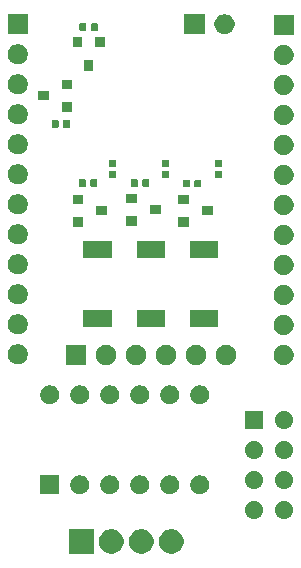
<source format=gbr>
G04 #@! TF.GenerationSoftware,KiCad,Pcbnew,(5.1.5)-3*
G04 #@! TF.CreationDate,2020-07-22T22:43:47-05:00*
G04 #@! TF.ProjectId,LightDriverShieldVer2,4c696768-7444-4726-9976-657253686965,rev?*
G04 #@! TF.SameCoordinates,Original*
G04 #@! TF.FileFunction,Soldermask,Top*
G04 #@! TF.FilePolarity,Negative*
%FSLAX46Y46*%
G04 Gerber Fmt 4.6, Leading zero omitted, Abs format (unit mm)*
G04 Created by KiCad (PCBNEW (5.1.5)-3) date 2020-07-22 22:43:47*
%MOMM*%
%LPD*%
G04 APERTURE LIST*
%ADD10C,0.100000*%
G04 APERTURE END LIST*
D10*
G36*
X113118687Y-134755027D02*
G01*
X113296274Y-134790350D01*
X113487362Y-134869502D01*
X113659336Y-134984411D01*
X113805589Y-135130664D01*
X113920498Y-135302638D01*
X113999650Y-135493726D01*
X114040000Y-135696584D01*
X114040000Y-135903416D01*
X113999650Y-136106274D01*
X113920498Y-136297362D01*
X113805589Y-136469336D01*
X113659336Y-136615589D01*
X113487362Y-136730498D01*
X113296274Y-136809650D01*
X113118687Y-136844973D01*
X113093417Y-136850000D01*
X112886583Y-136850000D01*
X112861313Y-136844973D01*
X112683726Y-136809650D01*
X112492638Y-136730498D01*
X112320664Y-136615589D01*
X112174411Y-136469336D01*
X112059502Y-136297362D01*
X111980350Y-136106274D01*
X111940000Y-135903416D01*
X111940000Y-135696584D01*
X111980350Y-135493726D01*
X112059502Y-135302638D01*
X112174411Y-135130664D01*
X112320664Y-134984411D01*
X112492638Y-134869502D01*
X112683726Y-134790350D01*
X112861313Y-134755027D01*
X112886583Y-134750000D01*
X113093417Y-134750000D01*
X113118687Y-134755027D01*
G37*
G36*
X110578687Y-134755027D02*
G01*
X110756274Y-134790350D01*
X110947362Y-134869502D01*
X111119336Y-134984411D01*
X111265589Y-135130664D01*
X111380498Y-135302638D01*
X111459650Y-135493726D01*
X111500000Y-135696584D01*
X111500000Y-135903416D01*
X111459650Y-136106274D01*
X111380498Y-136297362D01*
X111265589Y-136469336D01*
X111119336Y-136615589D01*
X110947362Y-136730498D01*
X110756274Y-136809650D01*
X110578687Y-136844973D01*
X110553417Y-136850000D01*
X110346583Y-136850000D01*
X110321313Y-136844973D01*
X110143726Y-136809650D01*
X109952638Y-136730498D01*
X109780664Y-136615589D01*
X109634411Y-136469336D01*
X109519502Y-136297362D01*
X109440350Y-136106274D01*
X109400000Y-135903416D01*
X109400000Y-135696584D01*
X109440350Y-135493726D01*
X109519502Y-135302638D01*
X109634411Y-135130664D01*
X109780664Y-134984411D01*
X109952638Y-134869502D01*
X110143726Y-134790350D01*
X110321313Y-134755027D01*
X110346583Y-134750000D01*
X110553417Y-134750000D01*
X110578687Y-134755027D01*
G37*
G36*
X106420000Y-136850000D02*
G01*
X104320000Y-136850000D01*
X104320000Y-134750000D01*
X106420000Y-134750000D01*
X106420000Y-136850000D01*
G37*
G36*
X108038687Y-134755027D02*
G01*
X108216274Y-134790350D01*
X108407362Y-134869502D01*
X108579336Y-134984411D01*
X108725589Y-135130664D01*
X108840498Y-135302638D01*
X108919650Y-135493726D01*
X108960000Y-135696584D01*
X108960000Y-135903416D01*
X108919650Y-136106274D01*
X108840498Y-136297362D01*
X108725589Y-136469336D01*
X108579336Y-136615589D01*
X108407362Y-136730498D01*
X108216274Y-136809650D01*
X108038687Y-136844973D01*
X108013417Y-136850000D01*
X107806583Y-136850000D01*
X107781313Y-136844973D01*
X107603726Y-136809650D01*
X107412638Y-136730498D01*
X107240664Y-136615589D01*
X107094411Y-136469336D01*
X106979502Y-136297362D01*
X106900350Y-136106274D01*
X106860000Y-135903416D01*
X106860000Y-135696584D01*
X106900350Y-135493726D01*
X106979502Y-135302638D01*
X107094411Y-135130664D01*
X107240664Y-134984411D01*
X107412638Y-134869502D01*
X107603726Y-134790350D01*
X107781313Y-134755027D01*
X107806583Y-134750000D01*
X108013417Y-134750000D01*
X108038687Y-134755027D01*
G37*
G36*
X122713195Y-132377522D02*
G01*
X122762267Y-132387283D01*
X122900942Y-132444724D01*
X123025747Y-132528116D01*
X123131884Y-132634253D01*
X123215276Y-132759058D01*
X123272717Y-132897733D01*
X123302000Y-133044950D01*
X123302000Y-133195050D01*
X123272717Y-133342267D01*
X123215276Y-133480942D01*
X123131884Y-133605747D01*
X123025747Y-133711884D01*
X122900942Y-133795276D01*
X122762267Y-133852717D01*
X122713195Y-133862478D01*
X122615052Y-133882000D01*
X122464948Y-133882000D01*
X122366805Y-133862478D01*
X122317733Y-133852717D01*
X122179058Y-133795276D01*
X122054253Y-133711884D01*
X121948116Y-133605747D01*
X121864724Y-133480942D01*
X121807283Y-133342267D01*
X121778000Y-133195050D01*
X121778000Y-133044950D01*
X121807283Y-132897733D01*
X121864724Y-132759058D01*
X121948116Y-132634253D01*
X122054253Y-132528116D01*
X122179058Y-132444724D01*
X122317733Y-132387283D01*
X122366805Y-132377522D01*
X122464948Y-132358000D01*
X122615052Y-132358000D01*
X122713195Y-132377522D01*
G37*
G36*
X120173195Y-132377522D02*
G01*
X120222267Y-132387283D01*
X120360942Y-132444724D01*
X120485747Y-132528116D01*
X120591884Y-132634253D01*
X120675276Y-132759058D01*
X120732717Y-132897733D01*
X120762000Y-133044950D01*
X120762000Y-133195050D01*
X120732717Y-133342267D01*
X120675276Y-133480942D01*
X120591884Y-133605747D01*
X120485747Y-133711884D01*
X120360942Y-133795276D01*
X120222267Y-133852717D01*
X120173195Y-133862478D01*
X120075052Y-133882000D01*
X119924948Y-133882000D01*
X119826805Y-133862478D01*
X119777733Y-133852717D01*
X119639058Y-133795276D01*
X119514253Y-133711884D01*
X119408116Y-133605747D01*
X119324724Y-133480942D01*
X119267283Y-133342267D01*
X119238000Y-133195050D01*
X119238000Y-133044950D01*
X119267283Y-132897733D01*
X119324724Y-132759058D01*
X119408116Y-132634253D01*
X119514253Y-132528116D01*
X119639058Y-132444724D01*
X119777733Y-132387283D01*
X119826805Y-132377522D01*
X119924948Y-132358000D01*
X120075052Y-132358000D01*
X120173195Y-132377522D01*
G37*
G36*
X103500000Y-131800000D02*
G01*
X101900000Y-131800000D01*
X101900000Y-130200000D01*
X103500000Y-130200000D01*
X103500000Y-131800000D01*
G37*
G36*
X115633351Y-130230743D02*
G01*
X115778941Y-130291048D01*
X115909970Y-130378599D01*
X116021401Y-130490030D01*
X116108952Y-130621059D01*
X116169257Y-130766649D01*
X116200000Y-130921206D01*
X116200000Y-131078794D01*
X116169257Y-131233351D01*
X116108952Y-131378941D01*
X116021401Y-131509970D01*
X115909970Y-131621401D01*
X115778941Y-131708952D01*
X115633351Y-131769257D01*
X115478794Y-131800000D01*
X115321206Y-131800000D01*
X115166649Y-131769257D01*
X115021059Y-131708952D01*
X114890030Y-131621401D01*
X114778599Y-131509970D01*
X114691048Y-131378941D01*
X114630743Y-131233351D01*
X114600000Y-131078794D01*
X114600000Y-130921206D01*
X114630743Y-130766649D01*
X114691048Y-130621059D01*
X114778599Y-130490030D01*
X114890030Y-130378599D01*
X115021059Y-130291048D01*
X115166649Y-130230743D01*
X115321206Y-130200000D01*
X115478794Y-130200000D01*
X115633351Y-130230743D01*
G37*
G36*
X113093351Y-130230743D02*
G01*
X113238941Y-130291048D01*
X113369970Y-130378599D01*
X113481401Y-130490030D01*
X113568952Y-130621059D01*
X113629257Y-130766649D01*
X113660000Y-130921206D01*
X113660000Y-131078794D01*
X113629257Y-131233351D01*
X113568952Y-131378941D01*
X113481401Y-131509970D01*
X113369970Y-131621401D01*
X113238941Y-131708952D01*
X113093351Y-131769257D01*
X112938794Y-131800000D01*
X112781206Y-131800000D01*
X112626649Y-131769257D01*
X112481059Y-131708952D01*
X112350030Y-131621401D01*
X112238599Y-131509970D01*
X112151048Y-131378941D01*
X112090743Y-131233351D01*
X112060000Y-131078794D01*
X112060000Y-130921206D01*
X112090743Y-130766649D01*
X112151048Y-130621059D01*
X112238599Y-130490030D01*
X112350030Y-130378599D01*
X112481059Y-130291048D01*
X112626649Y-130230743D01*
X112781206Y-130200000D01*
X112938794Y-130200000D01*
X113093351Y-130230743D01*
G37*
G36*
X110553351Y-130230743D02*
G01*
X110698941Y-130291048D01*
X110829970Y-130378599D01*
X110941401Y-130490030D01*
X111028952Y-130621059D01*
X111089257Y-130766649D01*
X111120000Y-130921206D01*
X111120000Y-131078794D01*
X111089257Y-131233351D01*
X111028952Y-131378941D01*
X110941401Y-131509970D01*
X110829970Y-131621401D01*
X110698941Y-131708952D01*
X110553351Y-131769257D01*
X110398794Y-131800000D01*
X110241206Y-131800000D01*
X110086649Y-131769257D01*
X109941059Y-131708952D01*
X109810030Y-131621401D01*
X109698599Y-131509970D01*
X109611048Y-131378941D01*
X109550743Y-131233351D01*
X109520000Y-131078794D01*
X109520000Y-130921206D01*
X109550743Y-130766649D01*
X109611048Y-130621059D01*
X109698599Y-130490030D01*
X109810030Y-130378599D01*
X109941059Y-130291048D01*
X110086649Y-130230743D01*
X110241206Y-130200000D01*
X110398794Y-130200000D01*
X110553351Y-130230743D01*
G37*
G36*
X108013351Y-130230743D02*
G01*
X108158941Y-130291048D01*
X108289970Y-130378599D01*
X108401401Y-130490030D01*
X108488952Y-130621059D01*
X108549257Y-130766649D01*
X108580000Y-130921206D01*
X108580000Y-131078794D01*
X108549257Y-131233351D01*
X108488952Y-131378941D01*
X108401401Y-131509970D01*
X108289970Y-131621401D01*
X108158941Y-131708952D01*
X108013351Y-131769257D01*
X107858794Y-131800000D01*
X107701206Y-131800000D01*
X107546649Y-131769257D01*
X107401059Y-131708952D01*
X107270030Y-131621401D01*
X107158599Y-131509970D01*
X107071048Y-131378941D01*
X107010743Y-131233351D01*
X106980000Y-131078794D01*
X106980000Y-130921206D01*
X107010743Y-130766649D01*
X107071048Y-130621059D01*
X107158599Y-130490030D01*
X107270030Y-130378599D01*
X107401059Y-130291048D01*
X107546649Y-130230743D01*
X107701206Y-130200000D01*
X107858794Y-130200000D01*
X108013351Y-130230743D01*
G37*
G36*
X105473351Y-130230743D02*
G01*
X105618941Y-130291048D01*
X105749970Y-130378599D01*
X105861401Y-130490030D01*
X105948952Y-130621059D01*
X106009257Y-130766649D01*
X106040000Y-130921206D01*
X106040000Y-131078794D01*
X106009257Y-131233351D01*
X105948952Y-131378941D01*
X105861401Y-131509970D01*
X105749970Y-131621401D01*
X105618941Y-131708952D01*
X105473351Y-131769257D01*
X105318794Y-131800000D01*
X105161206Y-131800000D01*
X105006649Y-131769257D01*
X104861059Y-131708952D01*
X104730030Y-131621401D01*
X104618599Y-131509970D01*
X104531048Y-131378941D01*
X104470743Y-131233351D01*
X104440000Y-131078794D01*
X104440000Y-130921206D01*
X104470743Y-130766649D01*
X104531048Y-130621059D01*
X104618599Y-130490030D01*
X104730030Y-130378599D01*
X104861059Y-130291048D01*
X105006649Y-130230743D01*
X105161206Y-130200000D01*
X105318794Y-130200000D01*
X105473351Y-130230743D01*
G37*
G36*
X120173195Y-129837522D02*
G01*
X120222267Y-129847283D01*
X120360942Y-129904724D01*
X120485747Y-129988116D01*
X120591884Y-130094253D01*
X120675276Y-130219058D01*
X120732717Y-130357733D01*
X120732717Y-130357734D01*
X120759033Y-130490030D01*
X120762000Y-130504950D01*
X120762000Y-130655050D01*
X120732717Y-130802267D01*
X120675276Y-130940942D01*
X120591884Y-131065747D01*
X120485747Y-131171884D01*
X120360942Y-131255276D01*
X120222267Y-131312717D01*
X120173195Y-131322478D01*
X120075052Y-131342000D01*
X119924948Y-131342000D01*
X119826805Y-131322478D01*
X119777733Y-131312717D01*
X119639058Y-131255276D01*
X119514253Y-131171884D01*
X119408116Y-131065747D01*
X119324724Y-130940942D01*
X119267283Y-130802267D01*
X119238000Y-130655050D01*
X119238000Y-130504950D01*
X119240968Y-130490030D01*
X119267283Y-130357734D01*
X119267283Y-130357733D01*
X119324724Y-130219058D01*
X119408116Y-130094253D01*
X119514253Y-129988116D01*
X119639058Y-129904724D01*
X119777733Y-129847283D01*
X119826805Y-129837522D01*
X119924948Y-129818000D01*
X120075052Y-129818000D01*
X120173195Y-129837522D01*
G37*
G36*
X122713195Y-129837522D02*
G01*
X122762267Y-129847283D01*
X122900942Y-129904724D01*
X123025747Y-129988116D01*
X123131884Y-130094253D01*
X123215276Y-130219058D01*
X123272717Y-130357733D01*
X123272717Y-130357734D01*
X123299033Y-130490030D01*
X123302000Y-130504950D01*
X123302000Y-130655050D01*
X123272717Y-130802267D01*
X123215276Y-130940942D01*
X123131884Y-131065747D01*
X123025747Y-131171884D01*
X122900942Y-131255276D01*
X122762267Y-131312717D01*
X122713195Y-131322478D01*
X122615052Y-131342000D01*
X122464948Y-131342000D01*
X122366805Y-131322478D01*
X122317733Y-131312717D01*
X122179058Y-131255276D01*
X122054253Y-131171884D01*
X121948116Y-131065747D01*
X121864724Y-130940942D01*
X121807283Y-130802267D01*
X121778000Y-130655050D01*
X121778000Y-130504950D01*
X121780968Y-130490030D01*
X121807283Y-130357734D01*
X121807283Y-130357733D01*
X121864724Y-130219058D01*
X121948116Y-130094253D01*
X122054253Y-129988116D01*
X122179058Y-129904724D01*
X122317733Y-129847283D01*
X122366805Y-129837522D01*
X122464948Y-129818000D01*
X122615052Y-129818000D01*
X122713195Y-129837522D01*
G37*
G36*
X120173195Y-127297522D02*
G01*
X120222267Y-127307283D01*
X120360942Y-127364724D01*
X120485747Y-127448116D01*
X120591884Y-127554253D01*
X120675276Y-127679058D01*
X120732717Y-127817733D01*
X120762000Y-127964950D01*
X120762000Y-128115050D01*
X120732717Y-128262267D01*
X120675276Y-128400942D01*
X120591884Y-128525747D01*
X120485747Y-128631884D01*
X120360942Y-128715276D01*
X120222267Y-128772717D01*
X120173195Y-128782478D01*
X120075052Y-128802000D01*
X119924948Y-128802000D01*
X119826805Y-128782478D01*
X119777733Y-128772717D01*
X119639058Y-128715276D01*
X119514253Y-128631884D01*
X119408116Y-128525747D01*
X119324724Y-128400942D01*
X119267283Y-128262267D01*
X119238000Y-128115050D01*
X119238000Y-127964950D01*
X119267283Y-127817733D01*
X119324724Y-127679058D01*
X119408116Y-127554253D01*
X119514253Y-127448116D01*
X119639058Y-127364724D01*
X119777733Y-127307283D01*
X119826805Y-127297522D01*
X119924948Y-127278000D01*
X120075052Y-127278000D01*
X120173195Y-127297522D01*
G37*
G36*
X122713195Y-127297522D02*
G01*
X122762267Y-127307283D01*
X122900942Y-127364724D01*
X123025747Y-127448116D01*
X123131884Y-127554253D01*
X123215276Y-127679058D01*
X123272717Y-127817733D01*
X123302000Y-127964950D01*
X123302000Y-128115050D01*
X123272717Y-128262267D01*
X123215276Y-128400942D01*
X123131884Y-128525747D01*
X123025747Y-128631884D01*
X122900942Y-128715276D01*
X122762267Y-128772717D01*
X122713195Y-128782478D01*
X122615052Y-128802000D01*
X122464948Y-128802000D01*
X122366805Y-128782478D01*
X122317733Y-128772717D01*
X122179058Y-128715276D01*
X122054253Y-128631884D01*
X121948116Y-128525747D01*
X121864724Y-128400942D01*
X121807283Y-128262267D01*
X121778000Y-128115050D01*
X121778000Y-127964950D01*
X121807283Y-127817733D01*
X121864724Y-127679058D01*
X121948116Y-127554253D01*
X122054253Y-127448116D01*
X122179058Y-127364724D01*
X122317733Y-127307283D01*
X122366805Y-127297522D01*
X122464948Y-127278000D01*
X122615052Y-127278000D01*
X122713195Y-127297522D01*
G37*
G36*
X122713195Y-124757522D02*
G01*
X122762267Y-124767283D01*
X122900942Y-124824724D01*
X123025747Y-124908116D01*
X123131884Y-125014253D01*
X123215276Y-125139058D01*
X123272717Y-125277733D01*
X123302000Y-125424950D01*
X123302000Y-125575050D01*
X123272717Y-125722267D01*
X123215276Y-125860942D01*
X123131884Y-125985747D01*
X123025747Y-126091884D01*
X122900942Y-126175276D01*
X122762267Y-126232717D01*
X122713195Y-126242478D01*
X122615052Y-126262000D01*
X122464948Y-126262000D01*
X122366805Y-126242478D01*
X122317733Y-126232717D01*
X122179058Y-126175276D01*
X122054253Y-126091884D01*
X121948116Y-125985747D01*
X121864724Y-125860942D01*
X121807283Y-125722267D01*
X121778000Y-125575050D01*
X121778000Y-125424950D01*
X121807283Y-125277733D01*
X121864724Y-125139058D01*
X121948116Y-125014253D01*
X122054253Y-124908116D01*
X122179058Y-124824724D01*
X122317733Y-124767283D01*
X122366805Y-124757522D01*
X122464948Y-124738000D01*
X122615052Y-124738000D01*
X122713195Y-124757522D01*
G37*
G36*
X120762000Y-126262000D02*
G01*
X119238000Y-126262000D01*
X119238000Y-124738000D01*
X120762000Y-124738000D01*
X120762000Y-126262000D01*
G37*
G36*
X102933351Y-122610743D02*
G01*
X103078941Y-122671048D01*
X103209970Y-122758599D01*
X103321401Y-122870030D01*
X103408952Y-123001059D01*
X103469257Y-123146649D01*
X103500000Y-123301206D01*
X103500000Y-123458794D01*
X103469257Y-123613351D01*
X103408952Y-123758941D01*
X103321401Y-123889970D01*
X103209970Y-124001401D01*
X103078941Y-124088952D01*
X102933351Y-124149257D01*
X102778794Y-124180000D01*
X102621206Y-124180000D01*
X102466649Y-124149257D01*
X102321059Y-124088952D01*
X102190030Y-124001401D01*
X102078599Y-123889970D01*
X101991048Y-123758941D01*
X101930743Y-123613351D01*
X101900000Y-123458794D01*
X101900000Y-123301206D01*
X101930743Y-123146649D01*
X101991048Y-123001059D01*
X102078599Y-122870030D01*
X102190030Y-122758599D01*
X102321059Y-122671048D01*
X102466649Y-122610743D01*
X102621206Y-122580000D01*
X102778794Y-122580000D01*
X102933351Y-122610743D01*
G37*
G36*
X115633351Y-122610743D02*
G01*
X115778941Y-122671048D01*
X115909970Y-122758599D01*
X116021401Y-122870030D01*
X116108952Y-123001059D01*
X116169257Y-123146649D01*
X116200000Y-123301206D01*
X116200000Y-123458794D01*
X116169257Y-123613351D01*
X116108952Y-123758941D01*
X116021401Y-123889970D01*
X115909970Y-124001401D01*
X115778941Y-124088952D01*
X115633351Y-124149257D01*
X115478794Y-124180000D01*
X115321206Y-124180000D01*
X115166649Y-124149257D01*
X115021059Y-124088952D01*
X114890030Y-124001401D01*
X114778599Y-123889970D01*
X114691048Y-123758941D01*
X114630743Y-123613351D01*
X114600000Y-123458794D01*
X114600000Y-123301206D01*
X114630743Y-123146649D01*
X114691048Y-123001059D01*
X114778599Y-122870030D01*
X114890030Y-122758599D01*
X115021059Y-122671048D01*
X115166649Y-122610743D01*
X115321206Y-122580000D01*
X115478794Y-122580000D01*
X115633351Y-122610743D01*
G37*
G36*
X113093351Y-122610743D02*
G01*
X113238941Y-122671048D01*
X113369970Y-122758599D01*
X113481401Y-122870030D01*
X113568952Y-123001059D01*
X113629257Y-123146649D01*
X113660000Y-123301206D01*
X113660000Y-123458794D01*
X113629257Y-123613351D01*
X113568952Y-123758941D01*
X113481401Y-123889970D01*
X113369970Y-124001401D01*
X113238941Y-124088952D01*
X113093351Y-124149257D01*
X112938794Y-124180000D01*
X112781206Y-124180000D01*
X112626649Y-124149257D01*
X112481059Y-124088952D01*
X112350030Y-124001401D01*
X112238599Y-123889970D01*
X112151048Y-123758941D01*
X112090743Y-123613351D01*
X112060000Y-123458794D01*
X112060000Y-123301206D01*
X112090743Y-123146649D01*
X112151048Y-123001059D01*
X112238599Y-122870030D01*
X112350030Y-122758599D01*
X112481059Y-122671048D01*
X112626649Y-122610743D01*
X112781206Y-122580000D01*
X112938794Y-122580000D01*
X113093351Y-122610743D01*
G37*
G36*
X110553351Y-122610743D02*
G01*
X110698941Y-122671048D01*
X110829970Y-122758599D01*
X110941401Y-122870030D01*
X111028952Y-123001059D01*
X111089257Y-123146649D01*
X111120000Y-123301206D01*
X111120000Y-123458794D01*
X111089257Y-123613351D01*
X111028952Y-123758941D01*
X110941401Y-123889970D01*
X110829970Y-124001401D01*
X110698941Y-124088952D01*
X110553351Y-124149257D01*
X110398794Y-124180000D01*
X110241206Y-124180000D01*
X110086649Y-124149257D01*
X109941059Y-124088952D01*
X109810030Y-124001401D01*
X109698599Y-123889970D01*
X109611048Y-123758941D01*
X109550743Y-123613351D01*
X109520000Y-123458794D01*
X109520000Y-123301206D01*
X109550743Y-123146649D01*
X109611048Y-123001059D01*
X109698599Y-122870030D01*
X109810030Y-122758599D01*
X109941059Y-122671048D01*
X110086649Y-122610743D01*
X110241206Y-122580000D01*
X110398794Y-122580000D01*
X110553351Y-122610743D01*
G37*
G36*
X108013351Y-122610743D02*
G01*
X108158941Y-122671048D01*
X108289970Y-122758599D01*
X108401401Y-122870030D01*
X108488952Y-123001059D01*
X108549257Y-123146649D01*
X108580000Y-123301206D01*
X108580000Y-123458794D01*
X108549257Y-123613351D01*
X108488952Y-123758941D01*
X108401401Y-123889970D01*
X108289970Y-124001401D01*
X108158941Y-124088952D01*
X108013351Y-124149257D01*
X107858794Y-124180000D01*
X107701206Y-124180000D01*
X107546649Y-124149257D01*
X107401059Y-124088952D01*
X107270030Y-124001401D01*
X107158599Y-123889970D01*
X107071048Y-123758941D01*
X107010743Y-123613351D01*
X106980000Y-123458794D01*
X106980000Y-123301206D01*
X107010743Y-123146649D01*
X107071048Y-123001059D01*
X107158599Y-122870030D01*
X107270030Y-122758599D01*
X107401059Y-122671048D01*
X107546649Y-122610743D01*
X107701206Y-122580000D01*
X107858794Y-122580000D01*
X108013351Y-122610743D01*
G37*
G36*
X105473351Y-122610743D02*
G01*
X105618941Y-122671048D01*
X105749970Y-122758599D01*
X105861401Y-122870030D01*
X105948952Y-123001059D01*
X106009257Y-123146649D01*
X106040000Y-123301206D01*
X106040000Y-123458794D01*
X106009257Y-123613351D01*
X105948952Y-123758941D01*
X105861401Y-123889970D01*
X105749970Y-124001401D01*
X105618941Y-124088952D01*
X105473351Y-124149257D01*
X105318794Y-124180000D01*
X105161206Y-124180000D01*
X105006649Y-124149257D01*
X104861059Y-124088952D01*
X104730030Y-124001401D01*
X104618599Y-123889970D01*
X104531048Y-123758941D01*
X104470743Y-123613351D01*
X104440000Y-123458794D01*
X104440000Y-123301206D01*
X104470743Y-123146649D01*
X104531048Y-123001059D01*
X104618599Y-122870030D01*
X104730030Y-122758599D01*
X104861059Y-122671048D01*
X105006649Y-122610743D01*
X105161206Y-122580000D01*
X105318794Y-122580000D01*
X105473351Y-122610743D01*
G37*
G36*
X107707935Y-119182664D02*
G01*
X107862624Y-119246739D01*
X107862626Y-119246740D01*
X108001844Y-119339762D01*
X108120238Y-119458156D01*
X108213260Y-119597374D01*
X108213261Y-119597376D01*
X108277336Y-119752065D01*
X108310000Y-119916281D01*
X108310000Y-120083719D01*
X108277336Y-120247935D01*
X108238114Y-120342624D01*
X108213260Y-120402626D01*
X108120238Y-120541844D01*
X108001844Y-120660238D01*
X107862626Y-120753260D01*
X107862625Y-120753261D01*
X107862624Y-120753261D01*
X107707935Y-120817336D01*
X107543719Y-120850000D01*
X107376281Y-120850000D01*
X107212065Y-120817336D01*
X107057376Y-120753261D01*
X107057375Y-120753261D01*
X107057374Y-120753260D01*
X106918156Y-120660238D01*
X106799762Y-120541844D01*
X106706740Y-120402626D01*
X106681886Y-120342624D01*
X106642664Y-120247935D01*
X106610000Y-120083719D01*
X106610000Y-119916281D01*
X106642664Y-119752065D01*
X106706739Y-119597376D01*
X106706740Y-119597374D01*
X106799762Y-119458156D01*
X106918156Y-119339762D01*
X107057374Y-119246740D01*
X107057376Y-119246739D01*
X107212065Y-119182664D01*
X107376281Y-119150000D01*
X107543719Y-119150000D01*
X107707935Y-119182664D01*
G37*
G36*
X122747935Y-119182664D02*
G01*
X122902624Y-119246739D01*
X122902626Y-119246740D01*
X123041844Y-119339762D01*
X123160238Y-119458156D01*
X123253260Y-119597374D01*
X123253261Y-119597376D01*
X123317336Y-119752065D01*
X123350000Y-119916281D01*
X123350000Y-120083719D01*
X123317336Y-120247935D01*
X123278114Y-120342624D01*
X123253260Y-120402626D01*
X123160238Y-120541844D01*
X123041844Y-120660238D01*
X122902626Y-120753260D01*
X122902625Y-120753261D01*
X122902624Y-120753261D01*
X122747935Y-120817336D01*
X122583719Y-120850000D01*
X122416281Y-120850000D01*
X122252065Y-120817336D01*
X122097376Y-120753261D01*
X122097375Y-120753261D01*
X122097374Y-120753260D01*
X121958156Y-120660238D01*
X121839762Y-120541844D01*
X121746740Y-120402626D01*
X121721886Y-120342624D01*
X121682664Y-120247935D01*
X121650000Y-120083719D01*
X121650000Y-119916281D01*
X121682664Y-119752065D01*
X121746739Y-119597376D01*
X121746740Y-119597374D01*
X121839762Y-119458156D01*
X121958156Y-119339762D01*
X122097374Y-119246740D01*
X122097376Y-119246739D01*
X122252065Y-119182664D01*
X122416281Y-119150000D01*
X122583719Y-119150000D01*
X122747935Y-119182664D01*
G37*
G36*
X117867935Y-119182664D02*
G01*
X118022624Y-119246739D01*
X118022626Y-119246740D01*
X118161844Y-119339762D01*
X118280238Y-119458156D01*
X118373260Y-119597374D01*
X118373261Y-119597376D01*
X118437336Y-119752065D01*
X118470000Y-119916281D01*
X118470000Y-120083719D01*
X118437336Y-120247935D01*
X118398114Y-120342624D01*
X118373260Y-120402626D01*
X118280238Y-120541844D01*
X118161844Y-120660238D01*
X118022626Y-120753260D01*
X118022625Y-120753261D01*
X118022624Y-120753261D01*
X117867935Y-120817336D01*
X117703719Y-120850000D01*
X117536281Y-120850000D01*
X117372065Y-120817336D01*
X117217376Y-120753261D01*
X117217375Y-120753261D01*
X117217374Y-120753260D01*
X117078156Y-120660238D01*
X116959762Y-120541844D01*
X116866740Y-120402626D01*
X116841886Y-120342624D01*
X116802664Y-120247935D01*
X116770000Y-120083719D01*
X116770000Y-119916281D01*
X116802664Y-119752065D01*
X116866739Y-119597376D01*
X116866740Y-119597374D01*
X116959762Y-119458156D01*
X117078156Y-119339762D01*
X117217374Y-119246740D01*
X117217376Y-119246739D01*
X117372065Y-119182664D01*
X117536281Y-119150000D01*
X117703719Y-119150000D01*
X117867935Y-119182664D01*
G37*
G36*
X115327935Y-119182664D02*
G01*
X115482624Y-119246739D01*
X115482626Y-119246740D01*
X115621844Y-119339762D01*
X115740238Y-119458156D01*
X115833260Y-119597374D01*
X115833261Y-119597376D01*
X115897336Y-119752065D01*
X115930000Y-119916281D01*
X115930000Y-120083719D01*
X115897336Y-120247935D01*
X115858114Y-120342624D01*
X115833260Y-120402626D01*
X115740238Y-120541844D01*
X115621844Y-120660238D01*
X115482626Y-120753260D01*
X115482625Y-120753261D01*
X115482624Y-120753261D01*
X115327935Y-120817336D01*
X115163719Y-120850000D01*
X114996281Y-120850000D01*
X114832065Y-120817336D01*
X114677376Y-120753261D01*
X114677375Y-120753261D01*
X114677374Y-120753260D01*
X114538156Y-120660238D01*
X114419762Y-120541844D01*
X114326740Y-120402626D01*
X114301886Y-120342624D01*
X114262664Y-120247935D01*
X114230000Y-120083719D01*
X114230000Y-119916281D01*
X114262664Y-119752065D01*
X114326739Y-119597376D01*
X114326740Y-119597374D01*
X114419762Y-119458156D01*
X114538156Y-119339762D01*
X114677374Y-119246740D01*
X114677376Y-119246739D01*
X114832065Y-119182664D01*
X114996281Y-119150000D01*
X115163719Y-119150000D01*
X115327935Y-119182664D01*
G37*
G36*
X110247935Y-119182664D02*
G01*
X110402624Y-119246739D01*
X110402626Y-119246740D01*
X110541844Y-119339762D01*
X110660238Y-119458156D01*
X110753260Y-119597374D01*
X110753261Y-119597376D01*
X110817336Y-119752065D01*
X110850000Y-119916281D01*
X110850000Y-120083719D01*
X110817336Y-120247935D01*
X110778114Y-120342624D01*
X110753260Y-120402626D01*
X110660238Y-120541844D01*
X110541844Y-120660238D01*
X110402626Y-120753260D01*
X110402625Y-120753261D01*
X110402624Y-120753261D01*
X110247935Y-120817336D01*
X110083719Y-120850000D01*
X109916281Y-120850000D01*
X109752065Y-120817336D01*
X109597376Y-120753261D01*
X109597375Y-120753261D01*
X109597374Y-120753260D01*
X109458156Y-120660238D01*
X109339762Y-120541844D01*
X109246740Y-120402626D01*
X109221886Y-120342624D01*
X109182664Y-120247935D01*
X109150000Y-120083719D01*
X109150000Y-119916281D01*
X109182664Y-119752065D01*
X109246739Y-119597376D01*
X109246740Y-119597374D01*
X109339762Y-119458156D01*
X109458156Y-119339762D01*
X109597374Y-119246740D01*
X109597376Y-119246739D01*
X109752065Y-119182664D01*
X109916281Y-119150000D01*
X110083719Y-119150000D01*
X110247935Y-119182664D01*
G37*
G36*
X105770000Y-120850000D02*
G01*
X104070000Y-120850000D01*
X104070000Y-119150000D01*
X105770000Y-119150000D01*
X105770000Y-120850000D01*
G37*
G36*
X112787935Y-119182664D02*
G01*
X112942624Y-119246739D01*
X112942626Y-119246740D01*
X113081844Y-119339762D01*
X113200238Y-119458156D01*
X113293260Y-119597374D01*
X113293261Y-119597376D01*
X113357336Y-119752065D01*
X113390000Y-119916281D01*
X113390000Y-120083719D01*
X113357336Y-120247935D01*
X113318114Y-120342624D01*
X113293260Y-120402626D01*
X113200238Y-120541844D01*
X113081844Y-120660238D01*
X112942626Y-120753260D01*
X112942625Y-120753261D01*
X112942624Y-120753261D01*
X112787935Y-120817336D01*
X112623719Y-120850000D01*
X112456281Y-120850000D01*
X112292065Y-120817336D01*
X112137376Y-120753261D01*
X112137375Y-120753261D01*
X112137374Y-120753260D01*
X111998156Y-120660238D01*
X111879762Y-120541844D01*
X111786740Y-120402626D01*
X111761886Y-120342624D01*
X111722664Y-120247935D01*
X111690000Y-120083719D01*
X111690000Y-119916281D01*
X111722664Y-119752065D01*
X111786739Y-119597376D01*
X111786740Y-119597374D01*
X111879762Y-119458156D01*
X111998156Y-119339762D01*
X112137374Y-119246740D01*
X112137376Y-119246739D01*
X112292065Y-119182664D01*
X112456281Y-119150000D01*
X112623719Y-119150000D01*
X112787935Y-119182664D01*
G37*
G36*
X100247935Y-119122664D02*
G01*
X100402624Y-119186739D01*
X100402626Y-119186740D01*
X100541844Y-119279762D01*
X100660238Y-119398156D01*
X100700329Y-119458157D01*
X100753261Y-119537376D01*
X100817336Y-119692065D01*
X100850000Y-119856281D01*
X100850000Y-120023719D01*
X100817336Y-120187935D01*
X100792482Y-120247936D01*
X100753260Y-120342626D01*
X100660238Y-120481844D01*
X100541844Y-120600238D01*
X100402626Y-120693260D01*
X100402625Y-120693261D01*
X100402624Y-120693261D01*
X100247935Y-120757336D01*
X100083719Y-120790000D01*
X99916281Y-120790000D01*
X99752065Y-120757336D01*
X99597376Y-120693261D01*
X99597375Y-120693261D01*
X99597374Y-120693260D01*
X99458156Y-120600238D01*
X99339762Y-120481844D01*
X99246740Y-120342626D01*
X99207518Y-120247936D01*
X99182664Y-120187935D01*
X99150000Y-120023719D01*
X99150000Y-119856281D01*
X99182664Y-119692065D01*
X99246739Y-119537376D01*
X99299671Y-119458157D01*
X99339762Y-119398156D01*
X99458156Y-119279762D01*
X99597374Y-119186740D01*
X99597376Y-119186739D01*
X99752065Y-119122664D01*
X99916281Y-119090000D01*
X100083719Y-119090000D01*
X100247935Y-119122664D01*
G37*
G36*
X122747935Y-116642664D02*
G01*
X122902624Y-116706739D01*
X122902626Y-116706740D01*
X123041844Y-116799762D01*
X123160238Y-116918156D01*
X123253260Y-117057374D01*
X123253261Y-117057376D01*
X123317336Y-117212065D01*
X123350000Y-117376281D01*
X123350000Y-117543719D01*
X123317336Y-117707935D01*
X123278114Y-117802624D01*
X123253260Y-117862626D01*
X123160238Y-118001844D01*
X123041844Y-118120238D01*
X122902626Y-118213260D01*
X122902625Y-118213261D01*
X122902624Y-118213261D01*
X122747935Y-118277336D01*
X122583719Y-118310000D01*
X122416281Y-118310000D01*
X122252065Y-118277336D01*
X122097376Y-118213261D01*
X122097375Y-118213261D01*
X122097374Y-118213260D01*
X121958156Y-118120238D01*
X121839762Y-118001844D01*
X121746740Y-117862626D01*
X121721886Y-117802624D01*
X121682664Y-117707935D01*
X121650000Y-117543719D01*
X121650000Y-117376281D01*
X121682664Y-117212065D01*
X121746739Y-117057376D01*
X121746740Y-117057374D01*
X121839762Y-116918156D01*
X121958156Y-116799762D01*
X122097374Y-116706740D01*
X122097376Y-116706739D01*
X122252065Y-116642664D01*
X122416281Y-116610000D01*
X122583719Y-116610000D01*
X122747935Y-116642664D01*
G37*
G36*
X100247935Y-116582664D02*
G01*
X100402624Y-116646739D01*
X100402626Y-116646740D01*
X100541844Y-116739762D01*
X100660238Y-116858156D01*
X100700329Y-116918157D01*
X100753261Y-116997376D01*
X100817336Y-117152065D01*
X100850000Y-117316281D01*
X100850000Y-117483719D01*
X100817336Y-117647935D01*
X100792482Y-117707936D01*
X100753260Y-117802626D01*
X100660238Y-117941844D01*
X100541844Y-118060238D01*
X100402626Y-118153260D01*
X100402625Y-118153261D01*
X100402624Y-118153261D01*
X100247935Y-118217336D01*
X100083719Y-118250000D01*
X99916281Y-118250000D01*
X99752065Y-118217336D01*
X99597376Y-118153261D01*
X99597375Y-118153261D01*
X99597374Y-118153260D01*
X99458156Y-118060238D01*
X99339762Y-117941844D01*
X99246740Y-117802626D01*
X99207518Y-117707936D01*
X99182664Y-117647935D01*
X99150000Y-117483719D01*
X99150000Y-117316281D01*
X99182664Y-117152065D01*
X99246739Y-116997376D01*
X99299671Y-116918157D01*
X99339762Y-116858156D01*
X99458156Y-116739762D01*
X99597374Y-116646740D01*
X99597376Y-116646739D01*
X99752065Y-116582664D01*
X99916281Y-116550000D01*
X100083719Y-116550000D01*
X100247935Y-116582664D01*
G37*
G36*
X116950000Y-117675000D02*
G01*
X114550000Y-117675000D01*
X114550000Y-116225000D01*
X116950000Y-116225000D01*
X116950000Y-117675000D01*
G37*
G36*
X112450000Y-117675000D02*
G01*
X110050000Y-117675000D01*
X110050000Y-116225000D01*
X112450000Y-116225000D01*
X112450000Y-117675000D01*
G37*
G36*
X107950000Y-117675000D02*
G01*
X105550000Y-117675000D01*
X105550000Y-116225000D01*
X107950000Y-116225000D01*
X107950000Y-117675000D01*
G37*
G36*
X122747935Y-114102664D02*
G01*
X122902624Y-114166739D01*
X122902626Y-114166740D01*
X123041844Y-114259762D01*
X123160238Y-114378156D01*
X123253260Y-114517374D01*
X123253261Y-114517376D01*
X123317336Y-114672065D01*
X123350000Y-114836281D01*
X123350000Y-115003719D01*
X123317336Y-115167935D01*
X123278114Y-115262624D01*
X123253260Y-115322626D01*
X123160238Y-115461844D01*
X123041844Y-115580238D01*
X122902626Y-115673260D01*
X122902625Y-115673261D01*
X122902624Y-115673261D01*
X122747935Y-115737336D01*
X122583719Y-115770000D01*
X122416281Y-115770000D01*
X122252065Y-115737336D01*
X122097376Y-115673261D01*
X122097375Y-115673261D01*
X122097374Y-115673260D01*
X121958156Y-115580238D01*
X121839762Y-115461844D01*
X121746740Y-115322626D01*
X121721886Y-115262624D01*
X121682664Y-115167935D01*
X121650000Y-115003719D01*
X121650000Y-114836281D01*
X121682664Y-114672065D01*
X121746739Y-114517376D01*
X121746740Y-114517374D01*
X121839762Y-114378156D01*
X121958156Y-114259762D01*
X122097374Y-114166740D01*
X122097376Y-114166739D01*
X122252065Y-114102664D01*
X122416281Y-114070000D01*
X122583719Y-114070000D01*
X122747935Y-114102664D01*
G37*
G36*
X100247935Y-114042664D02*
G01*
X100402624Y-114106739D01*
X100402626Y-114106740D01*
X100541844Y-114199762D01*
X100660238Y-114318156D01*
X100700329Y-114378157D01*
X100753261Y-114457376D01*
X100817336Y-114612065D01*
X100850000Y-114776281D01*
X100850000Y-114943719D01*
X100817336Y-115107935D01*
X100792482Y-115167936D01*
X100753260Y-115262626D01*
X100660238Y-115401844D01*
X100541844Y-115520238D01*
X100402626Y-115613260D01*
X100402625Y-115613261D01*
X100402624Y-115613261D01*
X100247935Y-115677336D01*
X100083719Y-115710000D01*
X99916281Y-115710000D01*
X99752065Y-115677336D01*
X99597376Y-115613261D01*
X99597375Y-115613261D01*
X99597374Y-115613260D01*
X99458156Y-115520238D01*
X99339762Y-115401844D01*
X99246740Y-115262626D01*
X99207518Y-115167936D01*
X99182664Y-115107935D01*
X99150000Y-114943719D01*
X99150000Y-114776281D01*
X99182664Y-114612065D01*
X99246739Y-114457376D01*
X99299671Y-114378157D01*
X99339762Y-114318156D01*
X99458156Y-114199762D01*
X99597374Y-114106740D01*
X99597376Y-114106739D01*
X99752065Y-114042664D01*
X99916281Y-114010000D01*
X100083719Y-114010000D01*
X100247935Y-114042664D01*
G37*
G36*
X122747935Y-111562664D02*
G01*
X122902624Y-111626739D01*
X122902626Y-111626740D01*
X123041844Y-111719762D01*
X123160238Y-111838156D01*
X123253260Y-111977374D01*
X123253261Y-111977376D01*
X123317336Y-112132065D01*
X123350000Y-112296281D01*
X123350000Y-112463719D01*
X123317336Y-112627935D01*
X123278114Y-112722624D01*
X123253260Y-112782626D01*
X123160238Y-112921844D01*
X123041844Y-113040238D01*
X122902626Y-113133260D01*
X122902625Y-113133261D01*
X122902624Y-113133261D01*
X122747935Y-113197336D01*
X122583719Y-113230000D01*
X122416281Y-113230000D01*
X122252065Y-113197336D01*
X122097376Y-113133261D01*
X122097375Y-113133261D01*
X122097374Y-113133260D01*
X121958156Y-113040238D01*
X121839762Y-112921844D01*
X121746740Y-112782626D01*
X121721886Y-112722624D01*
X121682664Y-112627935D01*
X121650000Y-112463719D01*
X121650000Y-112296281D01*
X121682664Y-112132065D01*
X121746739Y-111977376D01*
X121746740Y-111977374D01*
X121839762Y-111838156D01*
X121958156Y-111719762D01*
X122097374Y-111626740D01*
X122097376Y-111626739D01*
X122252065Y-111562664D01*
X122416281Y-111530000D01*
X122583719Y-111530000D01*
X122747935Y-111562664D01*
G37*
G36*
X100247935Y-111502664D02*
G01*
X100402624Y-111566739D01*
X100402626Y-111566740D01*
X100541844Y-111659762D01*
X100660238Y-111778156D01*
X100700329Y-111838157D01*
X100753261Y-111917376D01*
X100817336Y-112072065D01*
X100850000Y-112236281D01*
X100850000Y-112403719D01*
X100817336Y-112567935D01*
X100792482Y-112627936D01*
X100753260Y-112722626D01*
X100660238Y-112861844D01*
X100541844Y-112980238D01*
X100402626Y-113073260D01*
X100402625Y-113073261D01*
X100402624Y-113073261D01*
X100247935Y-113137336D01*
X100083719Y-113170000D01*
X99916281Y-113170000D01*
X99752065Y-113137336D01*
X99597376Y-113073261D01*
X99597375Y-113073261D01*
X99597374Y-113073260D01*
X99458156Y-112980238D01*
X99339762Y-112861844D01*
X99246740Y-112722626D01*
X99207518Y-112627936D01*
X99182664Y-112567935D01*
X99150000Y-112403719D01*
X99150000Y-112236281D01*
X99182664Y-112072065D01*
X99246739Y-111917376D01*
X99299671Y-111838157D01*
X99339762Y-111778156D01*
X99458156Y-111659762D01*
X99597374Y-111566740D01*
X99597376Y-111566739D01*
X99752065Y-111502664D01*
X99916281Y-111470000D01*
X100083719Y-111470000D01*
X100247935Y-111502664D01*
G37*
G36*
X116950000Y-111775000D02*
G01*
X114550000Y-111775000D01*
X114550000Y-110325000D01*
X116950000Y-110325000D01*
X116950000Y-111775000D01*
G37*
G36*
X107950000Y-111775000D02*
G01*
X105550000Y-111775000D01*
X105550000Y-110325000D01*
X107950000Y-110325000D01*
X107950000Y-111775000D01*
G37*
G36*
X112450000Y-111775000D02*
G01*
X110050000Y-111775000D01*
X110050000Y-110325000D01*
X112450000Y-110325000D01*
X112450000Y-111775000D01*
G37*
G36*
X122747935Y-109022664D02*
G01*
X122902624Y-109086739D01*
X122902626Y-109086740D01*
X123041844Y-109179762D01*
X123160238Y-109298156D01*
X123253260Y-109437374D01*
X123253261Y-109437376D01*
X123317336Y-109592065D01*
X123350000Y-109756281D01*
X123350000Y-109923719D01*
X123317336Y-110087935D01*
X123278114Y-110182624D01*
X123253260Y-110242626D01*
X123160238Y-110381844D01*
X123041844Y-110500238D01*
X122902626Y-110593260D01*
X122902625Y-110593261D01*
X122902624Y-110593261D01*
X122747935Y-110657336D01*
X122583719Y-110690000D01*
X122416281Y-110690000D01*
X122252065Y-110657336D01*
X122097376Y-110593261D01*
X122097375Y-110593261D01*
X122097374Y-110593260D01*
X121958156Y-110500238D01*
X121839762Y-110381844D01*
X121746740Y-110242626D01*
X121721886Y-110182624D01*
X121682664Y-110087935D01*
X121650000Y-109923719D01*
X121650000Y-109756281D01*
X121682664Y-109592065D01*
X121746739Y-109437376D01*
X121746740Y-109437374D01*
X121839762Y-109298156D01*
X121958156Y-109179762D01*
X122097374Y-109086740D01*
X122097376Y-109086739D01*
X122252065Y-109022664D01*
X122416281Y-108990000D01*
X122583719Y-108990000D01*
X122747935Y-109022664D01*
G37*
G36*
X100247935Y-108962664D02*
G01*
X100402624Y-109026739D01*
X100402626Y-109026740D01*
X100541844Y-109119762D01*
X100660238Y-109238156D01*
X100700329Y-109298157D01*
X100753261Y-109377376D01*
X100817336Y-109532065D01*
X100850000Y-109696281D01*
X100850000Y-109863719D01*
X100817336Y-110027935D01*
X100792482Y-110087936D01*
X100753260Y-110182626D01*
X100660238Y-110321844D01*
X100541844Y-110440238D01*
X100402626Y-110533260D01*
X100402625Y-110533261D01*
X100402624Y-110533261D01*
X100247935Y-110597336D01*
X100083719Y-110630000D01*
X99916281Y-110630000D01*
X99752065Y-110597336D01*
X99597376Y-110533261D01*
X99597375Y-110533261D01*
X99597374Y-110533260D01*
X99458156Y-110440238D01*
X99339762Y-110321844D01*
X99246740Y-110182626D01*
X99207518Y-110087936D01*
X99182664Y-110027935D01*
X99150000Y-109863719D01*
X99150000Y-109696281D01*
X99182664Y-109532065D01*
X99246739Y-109377376D01*
X99299671Y-109298157D01*
X99339762Y-109238156D01*
X99458156Y-109119762D01*
X99597374Y-109026740D01*
X99597376Y-109026739D01*
X99752065Y-108962664D01*
X99916281Y-108930000D01*
X100083719Y-108930000D01*
X100247935Y-108962664D01*
G37*
G36*
X114500000Y-109150000D02*
G01*
X113600000Y-109150000D01*
X113600000Y-108350000D01*
X114500000Y-108350000D01*
X114500000Y-109150000D01*
G37*
G36*
X105550000Y-109150000D02*
G01*
X104650000Y-109150000D01*
X104650000Y-108350000D01*
X105550000Y-108350000D01*
X105550000Y-109150000D01*
G37*
G36*
X110100000Y-109050000D02*
G01*
X109200000Y-109050000D01*
X109200000Y-108250000D01*
X110100000Y-108250000D01*
X110100000Y-109050000D01*
G37*
G36*
X116500000Y-108200000D02*
G01*
X115600000Y-108200000D01*
X115600000Y-107400000D01*
X116500000Y-107400000D01*
X116500000Y-108200000D01*
G37*
G36*
X107550000Y-108200000D02*
G01*
X106650000Y-108200000D01*
X106650000Y-107400000D01*
X107550000Y-107400000D01*
X107550000Y-108200000D01*
G37*
G36*
X122747935Y-106482664D02*
G01*
X122902624Y-106546739D01*
X122902626Y-106546740D01*
X123041844Y-106639762D01*
X123160238Y-106758156D01*
X123253260Y-106897374D01*
X123253261Y-106897376D01*
X123317336Y-107052065D01*
X123350000Y-107216281D01*
X123350000Y-107383719D01*
X123317336Y-107547935D01*
X123278114Y-107642624D01*
X123253260Y-107702626D01*
X123160238Y-107841844D01*
X123041844Y-107960238D01*
X122902626Y-108053260D01*
X122902625Y-108053261D01*
X122902624Y-108053261D01*
X122747935Y-108117336D01*
X122583719Y-108150000D01*
X122416281Y-108150000D01*
X122252065Y-108117336D01*
X122097376Y-108053261D01*
X122097375Y-108053261D01*
X122097374Y-108053260D01*
X121958156Y-107960238D01*
X121839762Y-107841844D01*
X121746740Y-107702626D01*
X121721886Y-107642624D01*
X121682664Y-107547935D01*
X121650000Y-107383719D01*
X121650000Y-107216281D01*
X121682664Y-107052065D01*
X121746739Y-106897376D01*
X121746740Y-106897374D01*
X121839762Y-106758156D01*
X121958156Y-106639762D01*
X122097374Y-106546740D01*
X122097376Y-106546739D01*
X122252065Y-106482664D01*
X122416281Y-106450000D01*
X122583719Y-106450000D01*
X122747935Y-106482664D01*
G37*
G36*
X112100000Y-108100000D02*
G01*
X111200000Y-108100000D01*
X111200000Y-107300000D01*
X112100000Y-107300000D01*
X112100000Y-108100000D01*
G37*
G36*
X100247935Y-106422664D02*
G01*
X100402624Y-106486739D01*
X100402626Y-106486740D01*
X100541844Y-106579762D01*
X100660238Y-106698156D01*
X100700329Y-106758157D01*
X100753261Y-106837376D01*
X100817336Y-106992065D01*
X100850000Y-107156281D01*
X100850000Y-107323719D01*
X100817336Y-107487935D01*
X100792482Y-107547936D01*
X100753260Y-107642626D01*
X100660238Y-107781844D01*
X100541844Y-107900238D01*
X100402626Y-107993260D01*
X100402625Y-107993261D01*
X100402624Y-107993261D01*
X100247935Y-108057336D01*
X100083719Y-108090000D01*
X99916281Y-108090000D01*
X99752065Y-108057336D01*
X99597376Y-107993261D01*
X99597375Y-107993261D01*
X99597374Y-107993260D01*
X99458156Y-107900238D01*
X99339762Y-107781844D01*
X99246740Y-107642626D01*
X99207518Y-107547936D01*
X99182664Y-107487935D01*
X99150000Y-107323719D01*
X99150000Y-107156281D01*
X99182664Y-106992065D01*
X99246739Y-106837376D01*
X99299671Y-106758157D01*
X99339762Y-106698156D01*
X99458156Y-106579762D01*
X99597374Y-106486740D01*
X99597376Y-106486739D01*
X99752065Y-106422664D01*
X99916281Y-106390000D01*
X100083719Y-106390000D01*
X100247935Y-106422664D01*
G37*
G36*
X105550000Y-107250000D02*
G01*
X104650000Y-107250000D01*
X104650000Y-106450000D01*
X105550000Y-106450000D01*
X105550000Y-107250000D01*
G37*
G36*
X114500000Y-107250000D02*
G01*
X113600000Y-107250000D01*
X113600000Y-106450000D01*
X114500000Y-106450000D01*
X114500000Y-107250000D01*
G37*
G36*
X110100000Y-107150000D02*
G01*
X109200000Y-107150000D01*
X109200000Y-106350000D01*
X110100000Y-106350000D01*
X110100000Y-107150000D01*
G37*
G36*
X115476463Y-105182226D02*
G01*
X115492299Y-105187030D01*
X115506886Y-105194827D01*
X115519677Y-105205323D01*
X115530173Y-105218114D01*
X115537970Y-105232701D01*
X115542774Y-105248537D01*
X115545000Y-105271140D01*
X115545000Y-105728860D01*
X115542774Y-105751463D01*
X115537970Y-105767299D01*
X115530173Y-105781886D01*
X115519677Y-105794677D01*
X115506886Y-105805173D01*
X115492299Y-105812970D01*
X115476463Y-105817774D01*
X115453860Y-105820000D01*
X115046140Y-105820000D01*
X115023537Y-105817774D01*
X115007701Y-105812970D01*
X114993114Y-105805173D01*
X114980323Y-105794677D01*
X114969827Y-105781886D01*
X114962030Y-105767299D01*
X114957226Y-105751463D01*
X114955000Y-105728860D01*
X114955000Y-105271140D01*
X114957226Y-105248537D01*
X114962030Y-105232701D01*
X114969827Y-105218114D01*
X114980323Y-105205323D01*
X114993114Y-105194827D01*
X115007701Y-105187030D01*
X115023537Y-105182226D01*
X115046140Y-105180000D01*
X115453860Y-105180000D01*
X115476463Y-105182226D01*
G37*
G36*
X114506463Y-105182226D02*
G01*
X114522299Y-105187030D01*
X114536886Y-105194827D01*
X114549677Y-105205323D01*
X114560173Y-105218114D01*
X114567970Y-105232701D01*
X114572774Y-105248537D01*
X114575000Y-105271140D01*
X114575000Y-105728860D01*
X114572774Y-105751463D01*
X114567970Y-105767299D01*
X114560173Y-105781886D01*
X114549677Y-105794677D01*
X114536886Y-105805173D01*
X114522299Y-105812970D01*
X114506463Y-105817774D01*
X114483860Y-105820000D01*
X114076140Y-105820000D01*
X114053537Y-105817774D01*
X114037701Y-105812970D01*
X114023114Y-105805173D01*
X114010323Y-105794677D01*
X113999827Y-105781886D01*
X113992030Y-105767299D01*
X113987226Y-105751463D01*
X113985000Y-105728860D01*
X113985000Y-105271140D01*
X113987226Y-105248537D01*
X113992030Y-105232701D01*
X113999827Y-105218114D01*
X114010323Y-105205323D01*
X114023114Y-105194827D01*
X114037701Y-105187030D01*
X114053537Y-105182226D01*
X114076140Y-105180000D01*
X114483860Y-105180000D01*
X114506463Y-105182226D01*
G37*
G36*
X110091463Y-105132226D02*
G01*
X110107299Y-105137030D01*
X110121886Y-105144827D01*
X110134677Y-105155323D01*
X110145173Y-105168114D01*
X110152970Y-105182701D01*
X110157774Y-105198537D01*
X110160000Y-105221140D01*
X110160000Y-105678860D01*
X110157774Y-105701463D01*
X110152970Y-105717299D01*
X110145173Y-105731886D01*
X110134677Y-105744677D01*
X110121886Y-105755173D01*
X110107299Y-105762970D01*
X110091463Y-105767774D01*
X110068860Y-105770000D01*
X109661140Y-105770000D01*
X109638537Y-105767774D01*
X109622701Y-105762970D01*
X109608114Y-105755173D01*
X109595323Y-105744677D01*
X109584827Y-105731886D01*
X109577030Y-105717299D01*
X109572226Y-105701463D01*
X109570000Y-105678860D01*
X109570000Y-105221140D01*
X109572226Y-105198537D01*
X109577030Y-105182701D01*
X109584827Y-105168114D01*
X109595323Y-105155323D01*
X109608114Y-105144827D01*
X109622701Y-105137030D01*
X109638537Y-105132226D01*
X109661140Y-105130000D01*
X110068860Y-105130000D01*
X110091463Y-105132226D01*
G37*
G36*
X105691463Y-105132226D02*
G01*
X105707299Y-105137030D01*
X105721886Y-105144827D01*
X105734677Y-105155323D01*
X105745173Y-105168114D01*
X105752970Y-105182701D01*
X105757774Y-105198537D01*
X105760000Y-105221140D01*
X105760000Y-105678860D01*
X105757774Y-105701463D01*
X105752970Y-105717299D01*
X105745173Y-105731886D01*
X105734677Y-105744677D01*
X105721886Y-105755173D01*
X105707299Y-105762970D01*
X105691463Y-105767774D01*
X105668860Y-105770000D01*
X105261140Y-105770000D01*
X105238537Y-105767774D01*
X105222701Y-105762970D01*
X105208114Y-105755173D01*
X105195323Y-105744677D01*
X105184827Y-105731886D01*
X105177030Y-105717299D01*
X105172226Y-105701463D01*
X105170000Y-105678860D01*
X105170000Y-105221140D01*
X105172226Y-105198537D01*
X105177030Y-105182701D01*
X105184827Y-105168114D01*
X105195323Y-105155323D01*
X105208114Y-105144827D01*
X105222701Y-105137030D01*
X105238537Y-105132226D01*
X105261140Y-105130000D01*
X105668860Y-105130000D01*
X105691463Y-105132226D01*
G37*
G36*
X106661463Y-105132226D02*
G01*
X106677299Y-105137030D01*
X106691886Y-105144827D01*
X106704677Y-105155323D01*
X106715173Y-105168114D01*
X106722970Y-105182701D01*
X106727774Y-105198537D01*
X106730000Y-105221140D01*
X106730000Y-105678860D01*
X106727774Y-105701463D01*
X106722970Y-105717299D01*
X106715173Y-105731886D01*
X106704677Y-105744677D01*
X106691886Y-105755173D01*
X106677299Y-105762970D01*
X106661463Y-105767774D01*
X106638860Y-105770000D01*
X106231140Y-105770000D01*
X106208537Y-105767774D01*
X106192701Y-105762970D01*
X106178114Y-105755173D01*
X106165323Y-105744677D01*
X106154827Y-105731886D01*
X106147030Y-105717299D01*
X106142226Y-105701463D01*
X106140000Y-105678860D01*
X106140000Y-105221140D01*
X106142226Y-105198537D01*
X106147030Y-105182701D01*
X106154827Y-105168114D01*
X106165323Y-105155323D01*
X106178114Y-105144827D01*
X106192701Y-105137030D01*
X106208537Y-105132226D01*
X106231140Y-105130000D01*
X106638860Y-105130000D01*
X106661463Y-105132226D01*
G37*
G36*
X111061463Y-105132226D02*
G01*
X111077299Y-105137030D01*
X111091886Y-105144827D01*
X111104677Y-105155323D01*
X111115173Y-105168114D01*
X111122970Y-105182701D01*
X111127774Y-105198537D01*
X111130000Y-105221140D01*
X111130000Y-105678860D01*
X111127774Y-105701463D01*
X111122970Y-105717299D01*
X111115173Y-105731886D01*
X111104677Y-105744677D01*
X111091886Y-105755173D01*
X111077299Y-105762970D01*
X111061463Y-105767774D01*
X111038860Y-105770000D01*
X110631140Y-105770000D01*
X110608537Y-105767774D01*
X110592701Y-105762970D01*
X110578114Y-105755173D01*
X110565323Y-105744677D01*
X110554827Y-105731886D01*
X110547030Y-105717299D01*
X110542226Y-105701463D01*
X110540000Y-105678860D01*
X110540000Y-105221140D01*
X110542226Y-105198537D01*
X110547030Y-105182701D01*
X110554827Y-105168114D01*
X110565323Y-105155323D01*
X110578114Y-105144827D01*
X110592701Y-105137030D01*
X110608537Y-105132226D01*
X110631140Y-105130000D01*
X111038860Y-105130000D01*
X111061463Y-105132226D01*
G37*
G36*
X122747935Y-103942664D02*
G01*
X122902624Y-104006739D01*
X122902626Y-104006740D01*
X123041844Y-104099762D01*
X123160238Y-104218156D01*
X123253260Y-104357374D01*
X123253261Y-104357376D01*
X123317336Y-104512065D01*
X123350000Y-104676281D01*
X123350000Y-104843719D01*
X123317336Y-105007935D01*
X123260633Y-105144827D01*
X123253260Y-105162626D01*
X123160238Y-105301844D01*
X123041844Y-105420238D01*
X122902626Y-105513260D01*
X122902625Y-105513261D01*
X122902624Y-105513261D01*
X122747935Y-105577336D01*
X122583719Y-105610000D01*
X122416281Y-105610000D01*
X122252065Y-105577336D01*
X122097376Y-105513261D01*
X122097375Y-105513261D01*
X122097374Y-105513260D01*
X121958156Y-105420238D01*
X121839762Y-105301844D01*
X121746740Y-105162626D01*
X121739367Y-105144827D01*
X121682664Y-105007935D01*
X121650000Y-104843719D01*
X121650000Y-104676281D01*
X121682664Y-104512065D01*
X121746739Y-104357376D01*
X121746740Y-104357374D01*
X121839762Y-104218156D01*
X121958156Y-104099762D01*
X122097374Y-104006740D01*
X122097376Y-104006739D01*
X122252065Y-103942664D01*
X122416281Y-103910000D01*
X122583719Y-103910000D01*
X122747935Y-103942664D01*
G37*
G36*
X100247935Y-103882664D02*
G01*
X100402624Y-103946739D01*
X100402626Y-103946740D01*
X100541844Y-104039762D01*
X100660238Y-104158156D01*
X100700329Y-104218157D01*
X100753261Y-104297376D01*
X100817336Y-104452065D01*
X100850000Y-104616281D01*
X100850000Y-104783719D01*
X100817336Y-104947935D01*
X100787994Y-105018772D01*
X100753260Y-105102626D01*
X100660238Y-105241844D01*
X100541844Y-105360238D01*
X100402626Y-105453260D01*
X100402625Y-105453261D01*
X100402624Y-105453261D01*
X100247935Y-105517336D01*
X100083719Y-105550000D01*
X99916281Y-105550000D01*
X99752065Y-105517336D01*
X99597376Y-105453261D01*
X99597375Y-105453261D01*
X99597374Y-105453260D01*
X99458156Y-105360238D01*
X99339762Y-105241844D01*
X99246740Y-105102626D01*
X99212006Y-105018772D01*
X99182664Y-104947935D01*
X99150000Y-104783719D01*
X99150000Y-104616281D01*
X99182664Y-104452065D01*
X99246739Y-104297376D01*
X99299671Y-104218157D01*
X99339762Y-104158156D01*
X99458156Y-104039762D01*
X99597374Y-103946740D01*
X99597376Y-103946739D01*
X99752065Y-103882664D01*
X99916281Y-103850000D01*
X100083719Y-103850000D01*
X100247935Y-103882664D01*
G37*
G36*
X117251463Y-104442226D02*
G01*
X117267299Y-104447030D01*
X117281886Y-104454827D01*
X117294677Y-104465323D01*
X117305173Y-104478114D01*
X117312970Y-104492701D01*
X117317774Y-104508537D01*
X117320000Y-104531140D01*
X117320000Y-104938860D01*
X117317774Y-104961463D01*
X117312970Y-104977299D01*
X117305173Y-104991886D01*
X117294677Y-105004677D01*
X117281886Y-105015173D01*
X117267299Y-105022970D01*
X117251463Y-105027774D01*
X117228860Y-105030000D01*
X116771140Y-105030000D01*
X116748537Y-105027774D01*
X116732701Y-105022970D01*
X116718114Y-105015173D01*
X116705323Y-105004677D01*
X116694827Y-104991886D01*
X116687030Y-104977299D01*
X116682226Y-104961463D01*
X116680000Y-104938860D01*
X116680000Y-104531140D01*
X116682226Y-104508537D01*
X116687030Y-104492701D01*
X116694827Y-104478114D01*
X116705323Y-104465323D01*
X116718114Y-104454827D01*
X116732701Y-104447030D01*
X116748537Y-104442226D01*
X116771140Y-104440000D01*
X117228860Y-104440000D01*
X117251463Y-104442226D01*
G37*
G36*
X108251463Y-104442226D02*
G01*
X108267299Y-104447030D01*
X108281886Y-104454827D01*
X108294677Y-104465323D01*
X108305173Y-104478114D01*
X108312970Y-104492701D01*
X108317774Y-104508537D01*
X108320000Y-104531140D01*
X108320000Y-104938860D01*
X108317774Y-104961463D01*
X108312970Y-104977299D01*
X108305173Y-104991886D01*
X108294677Y-105004677D01*
X108281886Y-105015173D01*
X108267299Y-105022970D01*
X108251463Y-105027774D01*
X108228860Y-105030000D01*
X107771140Y-105030000D01*
X107748537Y-105027774D01*
X107732701Y-105022970D01*
X107718114Y-105015173D01*
X107705323Y-105004677D01*
X107694827Y-104991886D01*
X107687030Y-104977299D01*
X107682226Y-104961463D01*
X107680000Y-104938860D01*
X107680000Y-104531140D01*
X107682226Y-104508537D01*
X107687030Y-104492701D01*
X107694827Y-104478114D01*
X107705323Y-104465323D01*
X107718114Y-104454827D01*
X107732701Y-104447030D01*
X107748537Y-104442226D01*
X107771140Y-104440000D01*
X108228860Y-104440000D01*
X108251463Y-104442226D01*
G37*
G36*
X112751463Y-104442226D02*
G01*
X112767299Y-104447030D01*
X112781886Y-104454827D01*
X112794677Y-104465323D01*
X112805173Y-104478114D01*
X112812970Y-104492701D01*
X112817774Y-104508537D01*
X112820000Y-104531140D01*
X112820000Y-104938860D01*
X112817774Y-104961463D01*
X112812970Y-104977299D01*
X112805173Y-104991886D01*
X112794677Y-105004677D01*
X112781886Y-105015173D01*
X112767299Y-105022970D01*
X112751463Y-105027774D01*
X112728860Y-105030000D01*
X112271140Y-105030000D01*
X112248537Y-105027774D01*
X112232701Y-105022970D01*
X112218114Y-105015173D01*
X112205323Y-105004677D01*
X112194827Y-104991886D01*
X112187030Y-104977299D01*
X112182226Y-104961463D01*
X112180000Y-104938860D01*
X112180000Y-104531140D01*
X112182226Y-104508537D01*
X112187030Y-104492701D01*
X112194827Y-104478114D01*
X112205323Y-104465323D01*
X112218114Y-104454827D01*
X112232701Y-104447030D01*
X112248537Y-104442226D01*
X112271140Y-104440000D01*
X112728860Y-104440000D01*
X112751463Y-104442226D01*
G37*
G36*
X108251463Y-103472226D02*
G01*
X108267299Y-103477030D01*
X108281886Y-103484827D01*
X108294677Y-103495323D01*
X108305173Y-103508114D01*
X108312970Y-103522701D01*
X108317774Y-103538537D01*
X108320000Y-103561140D01*
X108320000Y-103968860D01*
X108317774Y-103991463D01*
X108312970Y-104007299D01*
X108305173Y-104021886D01*
X108294677Y-104034677D01*
X108281886Y-104045173D01*
X108267299Y-104052970D01*
X108251463Y-104057774D01*
X108228860Y-104060000D01*
X107771140Y-104060000D01*
X107748537Y-104057774D01*
X107732701Y-104052970D01*
X107718114Y-104045173D01*
X107705323Y-104034677D01*
X107694827Y-104021886D01*
X107687030Y-104007299D01*
X107682226Y-103991463D01*
X107680000Y-103968860D01*
X107680000Y-103561140D01*
X107682226Y-103538537D01*
X107687030Y-103522701D01*
X107694827Y-103508114D01*
X107705323Y-103495323D01*
X107718114Y-103484827D01*
X107732701Y-103477030D01*
X107748537Y-103472226D01*
X107771140Y-103470000D01*
X108228860Y-103470000D01*
X108251463Y-103472226D01*
G37*
G36*
X117251463Y-103472226D02*
G01*
X117267299Y-103477030D01*
X117281886Y-103484827D01*
X117294677Y-103495323D01*
X117305173Y-103508114D01*
X117312970Y-103522701D01*
X117317774Y-103538537D01*
X117320000Y-103561140D01*
X117320000Y-103968860D01*
X117317774Y-103991463D01*
X117312970Y-104007299D01*
X117305173Y-104021886D01*
X117294677Y-104034677D01*
X117281886Y-104045173D01*
X117267299Y-104052970D01*
X117251463Y-104057774D01*
X117228860Y-104060000D01*
X116771140Y-104060000D01*
X116748537Y-104057774D01*
X116732701Y-104052970D01*
X116718114Y-104045173D01*
X116705323Y-104034677D01*
X116694827Y-104021886D01*
X116687030Y-104007299D01*
X116682226Y-103991463D01*
X116680000Y-103968860D01*
X116680000Y-103561140D01*
X116682226Y-103538537D01*
X116687030Y-103522701D01*
X116694827Y-103508114D01*
X116705323Y-103495323D01*
X116718114Y-103484827D01*
X116732701Y-103477030D01*
X116748537Y-103472226D01*
X116771140Y-103470000D01*
X117228860Y-103470000D01*
X117251463Y-103472226D01*
G37*
G36*
X112751463Y-103472226D02*
G01*
X112767299Y-103477030D01*
X112781886Y-103484827D01*
X112794677Y-103495323D01*
X112805173Y-103508114D01*
X112812970Y-103522701D01*
X112817774Y-103538537D01*
X112820000Y-103561140D01*
X112820000Y-103968860D01*
X112817774Y-103991463D01*
X112812970Y-104007299D01*
X112805173Y-104021886D01*
X112794677Y-104034677D01*
X112781886Y-104045173D01*
X112767299Y-104052970D01*
X112751463Y-104057774D01*
X112728860Y-104060000D01*
X112271140Y-104060000D01*
X112248537Y-104057774D01*
X112232701Y-104052970D01*
X112218114Y-104045173D01*
X112205323Y-104034677D01*
X112194827Y-104021886D01*
X112187030Y-104007299D01*
X112182226Y-103991463D01*
X112180000Y-103968860D01*
X112180000Y-103561140D01*
X112182226Y-103538537D01*
X112187030Y-103522701D01*
X112194827Y-103508114D01*
X112205323Y-103495323D01*
X112218114Y-103484827D01*
X112232701Y-103477030D01*
X112248537Y-103472226D01*
X112271140Y-103470000D01*
X112728860Y-103470000D01*
X112751463Y-103472226D01*
G37*
G36*
X122747935Y-101402664D02*
G01*
X122902624Y-101466739D01*
X122902626Y-101466740D01*
X123041844Y-101559762D01*
X123160238Y-101678156D01*
X123253260Y-101817374D01*
X123253261Y-101817376D01*
X123317336Y-101972065D01*
X123350000Y-102136281D01*
X123350000Y-102303719D01*
X123317336Y-102467935D01*
X123278114Y-102562624D01*
X123253260Y-102622626D01*
X123160238Y-102761844D01*
X123041844Y-102880238D01*
X122902626Y-102973260D01*
X122902625Y-102973261D01*
X122902624Y-102973261D01*
X122747935Y-103037336D01*
X122583719Y-103070000D01*
X122416281Y-103070000D01*
X122252065Y-103037336D01*
X122097376Y-102973261D01*
X122097375Y-102973261D01*
X122097374Y-102973260D01*
X121958156Y-102880238D01*
X121839762Y-102761844D01*
X121746740Y-102622626D01*
X121721886Y-102562624D01*
X121682664Y-102467935D01*
X121650000Y-102303719D01*
X121650000Y-102136281D01*
X121682664Y-101972065D01*
X121746739Y-101817376D01*
X121746740Y-101817374D01*
X121839762Y-101678156D01*
X121958156Y-101559762D01*
X122097374Y-101466740D01*
X122097376Y-101466739D01*
X122252065Y-101402664D01*
X122416281Y-101370000D01*
X122583719Y-101370000D01*
X122747935Y-101402664D01*
G37*
G36*
X100247935Y-101342664D02*
G01*
X100402624Y-101406739D01*
X100402626Y-101406740D01*
X100541844Y-101499762D01*
X100660238Y-101618156D01*
X100700329Y-101678157D01*
X100753261Y-101757376D01*
X100817336Y-101912065D01*
X100850000Y-102076281D01*
X100850000Y-102243719D01*
X100817336Y-102407935D01*
X100792482Y-102467936D01*
X100753260Y-102562626D01*
X100660238Y-102701844D01*
X100541844Y-102820238D01*
X100402626Y-102913260D01*
X100402625Y-102913261D01*
X100402624Y-102913261D01*
X100247935Y-102977336D01*
X100083719Y-103010000D01*
X99916281Y-103010000D01*
X99752065Y-102977336D01*
X99597376Y-102913261D01*
X99597375Y-102913261D01*
X99597374Y-102913260D01*
X99458156Y-102820238D01*
X99339762Y-102701844D01*
X99246740Y-102562626D01*
X99207518Y-102467936D01*
X99182664Y-102407935D01*
X99150000Y-102243719D01*
X99150000Y-102076281D01*
X99182664Y-101912065D01*
X99246739Y-101757376D01*
X99299671Y-101678157D01*
X99339762Y-101618156D01*
X99458156Y-101499762D01*
X99597374Y-101406740D01*
X99597376Y-101406739D01*
X99752065Y-101342664D01*
X99916281Y-101310000D01*
X100083719Y-101310000D01*
X100247935Y-101342664D01*
G37*
G36*
X104361463Y-100132226D02*
G01*
X104377299Y-100137030D01*
X104391886Y-100144827D01*
X104404677Y-100155323D01*
X104415173Y-100168114D01*
X104422970Y-100182701D01*
X104427774Y-100198537D01*
X104430000Y-100221140D01*
X104430000Y-100678860D01*
X104427774Y-100701463D01*
X104422970Y-100717299D01*
X104415173Y-100731886D01*
X104404677Y-100744677D01*
X104391886Y-100755173D01*
X104377299Y-100762970D01*
X104361463Y-100767774D01*
X104338860Y-100770000D01*
X103931140Y-100770000D01*
X103908537Y-100767774D01*
X103892701Y-100762970D01*
X103878114Y-100755173D01*
X103865323Y-100744677D01*
X103854827Y-100731886D01*
X103847030Y-100717299D01*
X103842226Y-100701463D01*
X103840000Y-100678860D01*
X103840000Y-100221140D01*
X103842226Y-100198537D01*
X103847030Y-100182701D01*
X103854827Y-100168114D01*
X103865323Y-100155323D01*
X103878114Y-100144827D01*
X103892701Y-100137030D01*
X103908537Y-100132226D01*
X103931140Y-100130000D01*
X104338860Y-100130000D01*
X104361463Y-100132226D01*
G37*
G36*
X103391463Y-100132226D02*
G01*
X103407299Y-100137030D01*
X103421886Y-100144827D01*
X103434677Y-100155323D01*
X103445173Y-100168114D01*
X103452970Y-100182701D01*
X103457774Y-100198537D01*
X103460000Y-100221140D01*
X103460000Y-100678860D01*
X103457774Y-100701463D01*
X103452970Y-100717299D01*
X103445173Y-100731886D01*
X103434677Y-100744677D01*
X103421886Y-100755173D01*
X103407299Y-100762970D01*
X103391463Y-100767774D01*
X103368860Y-100770000D01*
X102961140Y-100770000D01*
X102938537Y-100767774D01*
X102922701Y-100762970D01*
X102908114Y-100755173D01*
X102895323Y-100744677D01*
X102884827Y-100731886D01*
X102877030Y-100717299D01*
X102872226Y-100701463D01*
X102870000Y-100678860D01*
X102870000Y-100221140D01*
X102872226Y-100198537D01*
X102877030Y-100182701D01*
X102884827Y-100168114D01*
X102895323Y-100155323D01*
X102908114Y-100144827D01*
X102922701Y-100137030D01*
X102938537Y-100132226D01*
X102961140Y-100130000D01*
X103368860Y-100130000D01*
X103391463Y-100132226D01*
G37*
G36*
X122747935Y-98862664D02*
G01*
X122902624Y-98926739D01*
X122902626Y-98926740D01*
X123041844Y-99019762D01*
X123160238Y-99138156D01*
X123253260Y-99277374D01*
X123253261Y-99277376D01*
X123317336Y-99432065D01*
X123350000Y-99596281D01*
X123350000Y-99763719D01*
X123317336Y-99927935D01*
X123278114Y-100022624D01*
X123253260Y-100082626D01*
X123160238Y-100221844D01*
X123041844Y-100340238D01*
X122902626Y-100433260D01*
X122902625Y-100433261D01*
X122902624Y-100433261D01*
X122747935Y-100497336D01*
X122583719Y-100530000D01*
X122416281Y-100530000D01*
X122252065Y-100497336D01*
X122097376Y-100433261D01*
X122097375Y-100433261D01*
X122097374Y-100433260D01*
X121958156Y-100340238D01*
X121839762Y-100221844D01*
X121746740Y-100082626D01*
X121721886Y-100022624D01*
X121682664Y-99927935D01*
X121650000Y-99763719D01*
X121650000Y-99596281D01*
X121682664Y-99432065D01*
X121746739Y-99277376D01*
X121746740Y-99277374D01*
X121839762Y-99138156D01*
X121958156Y-99019762D01*
X122097374Y-98926740D01*
X122097376Y-98926739D01*
X122252065Y-98862664D01*
X122416281Y-98830000D01*
X122583719Y-98830000D01*
X122747935Y-98862664D01*
G37*
G36*
X100247935Y-98802664D02*
G01*
X100402624Y-98866739D01*
X100402626Y-98866740D01*
X100541844Y-98959762D01*
X100660238Y-99078156D01*
X100700329Y-99138157D01*
X100753261Y-99217376D01*
X100817336Y-99372065D01*
X100850000Y-99536281D01*
X100850000Y-99703719D01*
X100817336Y-99867935D01*
X100792482Y-99927936D01*
X100753260Y-100022626D01*
X100660238Y-100161844D01*
X100541844Y-100280238D01*
X100402626Y-100373260D01*
X100402625Y-100373261D01*
X100402624Y-100373261D01*
X100247935Y-100437336D01*
X100083719Y-100470000D01*
X99916281Y-100470000D01*
X99752065Y-100437336D01*
X99597376Y-100373261D01*
X99597375Y-100373261D01*
X99597374Y-100373260D01*
X99458156Y-100280238D01*
X99339762Y-100161844D01*
X99246740Y-100022626D01*
X99207518Y-99927936D01*
X99182664Y-99867935D01*
X99150000Y-99703719D01*
X99150000Y-99536281D01*
X99182664Y-99372065D01*
X99246739Y-99217376D01*
X99299671Y-99138157D01*
X99339762Y-99078156D01*
X99458156Y-98959762D01*
X99597374Y-98866740D01*
X99597376Y-98866739D01*
X99752065Y-98802664D01*
X99916281Y-98770000D01*
X100083719Y-98770000D01*
X100247935Y-98802664D01*
G37*
G36*
X104600000Y-99400000D02*
G01*
X103700000Y-99400000D01*
X103700000Y-98600000D01*
X104600000Y-98600000D01*
X104600000Y-99400000D01*
G37*
G36*
X102600000Y-98450000D02*
G01*
X101700000Y-98450000D01*
X101700000Y-97650000D01*
X102600000Y-97650000D01*
X102600000Y-98450000D01*
G37*
G36*
X122747935Y-96322664D02*
G01*
X122902624Y-96386739D01*
X122902626Y-96386740D01*
X123041844Y-96479762D01*
X123160238Y-96598156D01*
X123253260Y-96737374D01*
X123253261Y-96737376D01*
X123317336Y-96892065D01*
X123350000Y-97056281D01*
X123350000Y-97223719D01*
X123317336Y-97387935D01*
X123253261Y-97542624D01*
X123253260Y-97542626D01*
X123160238Y-97681844D01*
X123041844Y-97800238D01*
X122902626Y-97893260D01*
X122902625Y-97893261D01*
X122902624Y-97893261D01*
X122747935Y-97957336D01*
X122583719Y-97990000D01*
X122416281Y-97990000D01*
X122252065Y-97957336D01*
X122097376Y-97893261D01*
X122097375Y-97893261D01*
X122097374Y-97893260D01*
X121958156Y-97800238D01*
X121839762Y-97681844D01*
X121746740Y-97542626D01*
X121746739Y-97542624D01*
X121682664Y-97387935D01*
X121650000Y-97223719D01*
X121650000Y-97056281D01*
X121682664Y-96892065D01*
X121746739Y-96737376D01*
X121746740Y-96737374D01*
X121839762Y-96598156D01*
X121958156Y-96479762D01*
X122097374Y-96386740D01*
X122097376Y-96386739D01*
X122252065Y-96322664D01*
X122416281Y-96290000D01*
X122583719Y-96290000D01*
X122747935Y-96322664D01*
G37*
G36*
X100247935Y-96262664D02*
G01*
X100402624Y-96326739D01*
X100402626Y-96326740D01*
X100541844Y-96419762D01*
X100660238Y-96538156D01*
X100700329Y-96598157D01*
X100753261Y-96677376D01*
X100817336Y-96832065D01*
X100850000Y-96996281D01*
X100850000Y-97163719D01*
X100817336Y-97327935D01*
X100792482Y-97387936D01*
X100753260Y-97482626D01*
X100660238Y-97621844D01*
X100541844Y-97740238D01*
X100402626Y-97833260D01*
X100402625Y-97833261D01*
X100402624Y-97833261D01*
X100247935Y-97897336D01*
X100083719Y-97930000D01*
X99916281Y-97930000D01*
X99752065Y-97897336D01*
X99597376Y-97833261D01*
X99597375Y-97833261D01*
X99597374Y-97833260D01*
X99458156Y-97740238D01*
X99339762Y-97621844D01*
X99246740Y-97482626D01*
X99207518Y-97387936D01*
X99182664Y-97327935D01*
X99150000Y-97163719D01*
X99150000Y-96996281D01*
X99182664Y-96832065D01*
X99246739Y-96677376D01*
X99299671Y-96598157D01*
X99339762Y-96538156D01*
X99458156Y-96419762D01*
X99597374Y-96326740D01*
X99597376Y-96326739D01*
X99752065Y-96262664D01*
X99916281Y-96230000D01*
X100083719Y-96230000D01*
X100247935Y-96262664D01*
G37*
G36*
X104600000Y-97500000D02*
G01*
X103700000Y-97500000D01*
X103700000Y-96700000D01*
X104600000Y-96700000D01*
X104600000Y-97500000D01*
G37*
G36*
X106400000Y-95950000D02*
G01*
X105600000Y-95950000D01*
X105600000Y-95050000D01*
X106400000Y-95050000D01*
X106400000Y-95950000D01*
G37*
G36*
X122747935Y-93782664D02*
G01*
X122902624Y-93846739D01*
X122902626Y-93846740D01*
X123041844Y-93939762D01*
X123160238Y-94058156D01*
X123253260Y-94197374D01*
X123253261Y-94197376D01*
X123317336Y-94352065D01*
X123350000Y-94516281D01*
X123350000Y-94683719D01*
X123317336Y-94847935D01*
X123278114Y-94942624D01*
X123253260Y-95002626D01*
X123160238Y-95141844D01*
X123041844Y-95260238D01*
X122902626Y-95353260D01*
X122902625Y-95353261D01*
X122902624Y-95353261D01*
X122747935Y-95417336D01*
X122583719Y-95450000D01*
X122416281Y-95450000D01*
X122252065Y-95417336D01*
X122097376Y-95353261D01*
X122097375Y-95353261D01*
X122097374Y-95353260D01*
X121958156Y-95260238D01*
X121839762Y-95141844D01*
X121746740Y-95002626D01*
X121721886Y-94942624D01*
X121682664Y-94847935D01*
X121650000Y-94683719D01*
X121650000Y-94516281D01*
X121682664Y-94352065D01*
X121746739Y-94197376D01*
X121746740Y-94197374D01*
X121839762Y-94058156D01*
X121958156Y-93939762D01*
X122097374Y-93846740D01*
X122097376Y-93846739D01*
X122252065Y-93782664D01*
X122416281Y-93750000D01*
X122583719Y-93750000D01*
X122747935Y-93782664D01*
G37*
G36*
X100247935Y-93722664D02*
G01*
X100402624Y-93786739D01*
X100402626Y-93786740D01*
X100541844Y-93879762D01*
X100660238Y-93998156D01*
X100700329Y-94058157D01*
X100753261Y-94137376D01*
X100817336Y-94292065D01*
X100850000Y-94456281D01*
X100850000Y-94623719D01*
X100817336Y-94787935D01*
X100792482Y-94847936D01*
X100753260Y-94942626D01*
X100660238Y-95081844D01*
X100541844Y-95200238D01*
X100402626Y-95293260D01*
X100402625Y-95293261D01*
X100402624Y-95293261D01*
X100247935Y-95357336D01*
X100083719Y-95390000D01*
X99916281Y-95390000D01*
X99752065Y-95357336D01*
X99597376Y-95293261D01*
X99597375Y-95293261D01*
X99597374Y-95293260D01*
X99458156Y-95200238D01*
X99339762Y-95081844D01*
X99246740Y-94942626D01*
X99207518Y-94847936D01*
X99182664Y-94787935D01*
X99150000Y-94623719D01*
X99150000Y-94456281D01*
X99182664Y-94292065D01*
X99246739Y-94137376D01*
X99299671Y-94058157D01*
X99339762Y-93998156D01*
X99458156Y-93879762D01*
X99597374Y-93786740D01*
X99597376Y-93786739D01*
X99752065Y-93722664D01*
X99916281Y-93690000D01*
X100083719Y-93690000D01*
X100247935Y-93722664D01*
G37*
G36*
X107350000Y-93950000D02*
G01*
X106550000Y-93950000D01*
X106550000Y-93050000D01*
X107350000Y-93050000D01*
X107350000Y-93950000D01*
G37*
G36*
X105450000Y-93950000D02*
G01*
X104650000Y-93950000D01*
X104650000Y-93050000D01*
X105450000Y-93050000D01*
X105450000Y-93950000D01*
G37*
G36*
X123350000Y-92910000D02*
G01*
X121650000Y-92910000D01*
X121650000Y-91210000D01*
X123350000Y-91210000D01*
X123350000Y-92910000D01*
G37*
G36*
X100850000Y-92850000D02*
G01*
X99150000Y-92850000D01*
X99150000Y-91150000D01*
X100850000Y-91150000D01*
X100850000Y-92850000D01*
G37*
G36*
X115810000Y-92850000D02*
G01*
X114110000Y-92850000D01*
X114110000Y-91150000D01*
X115810000Y-91150000D01*
X115810000Y-92850000D01*
G37*
G36*
X117747935Y-91182664D02*
G01*
X117902624Y-91246739D01*
X117902626Y-91246740D01*
X118041844Y-91339762D01*
X118160238Y-91458156D01*
X118253260Y-91597374D01*
X118253261Y-91597376D01*
X118317336Y-91752065D01*
X118350000Y-91916281D01*
X118350000Y-92083719D01*
X118317336Y-92247935D01*
X118253261Y-92402624D01*
X118253260Y-92402626D01*
X118160238Y-92541844D01*
X118041844Y-92660238D01*
X117902626Y-92753260D01*
X117902625Y-92753261D01*
X117902624Y-92753261D01*
X117747935Y-92817336D01*
X117583719Y-92850000D01*
X117416281Y-92850000D01*
X117252065Y-92817336D01*
X117097376Y-92753261D01*
X117097375Y-92753261D01*
X117097374Y-92753260D01*
X116958156Y-92660238D01*
X116839762Y-92541844D01*
X116746740Y-92402626D01*
X116746739Y-92402624D01*
X116682664Y-92247935D01*
X116650000Y-92083719D01*
X116650000Y-91916281D01*
X116682664Y-91752065D01*
X116746739Y-91597376D01*
X116746740Y-91597374D01*
X116839762Y-91458156D01*
X116958156Y-91339762D01*
X117097374Y-91246740D01*
X117097376Y-91246739D01*
X117252065Y-91182664D01*
X117416281Y-91150000D01*
X117583719Y-91150000D01*
X117747935Y-91182664D01*
G37*
G36*
X105741463Y-91932226D02*
G01*
X105757299Y-91937030D01*
X105771886Y-91944827D01*
X105784677Y-91955323D01*
X105795173Y-91968114D01*
X105802970Y-91982701D01*
X105807774Y-91998537D01*
X105810000Y-92021140D01*
X105810000Y-92478860D01*
X105807774Y-92501463D01*
X105802970Y-92517299D01*
X105795173Y-92531886D01*
X105784677Y-92544677D01*
X105771886Y-92555173D01*
X105757299Y-92562970D01*
X105741463Y-92567774D01*
X105718860Y-92570000D01*
X105311140Y-92570000D01*
X105288537Y-92567774D01*
X105272701Y-92562970D01*
X105258114Y-92555173D01*
X105245323Y-92544677D01*
X105234827Y-92531886D01*
X105227030Y-92517299D01*
X105222226Y-92501463D01*
X105220000Y-92478860D01*
X105220000Y-92021140D01*
X105222226Y-91998537D01*
X105227030Y-91982701D01*
X105234827Y-91968114D01*
X105245323Y-91955323D01*
X105258114Y-91944827D01*
X105272701Y-91937030D01*
X105288537Y-91932226D01*
X105311140Y-91930000D01*
X105718860Y-91930000D01*
X105741463Y-91932226D01*
G37*
G36*
X106711463Y-91932226D02*
G01*
X106727299Y-91937030D01*
X106741886Y-91944827D01*
X106754677Y-91955323D01*
X106765173Y-91968114D01*
X106772970Y-91982701D01*
X106777774Y-91998537D01*
X106780000Y-92021140D01*
X106780000Y-92478860D01*
X106777774Y-92501463D01*
X106772970Y-92517299D01*
X106765173Y-92531886D01*
X106754677Y-92544677D01*
X106741886Y-92555173D01*
X106727299Y-92562970D01*
X106711463Y-92567774D01*
X106688860Y-92570000D01*
X106281140Y-92570000D01*
X106258537Y-92567774D01*
X106242701Y-92562970D01*
X106228114Y-92555173D01*
X106215323Y-92544677D01*
X106204827Y-92531886D01*
X106197030Y-92517299D01*
X106192226Y-92501463D01*
X106190000Y-92478860D01*
X106190000Y-92021140D01*
X106192226Y-91998537D01*
X106197030Y-91982701D01*
X106204827Y-91968114D01*
X106215323Y-91955323D01*
X106228114Y-91944827D01*
X106242701Y-91937030D01*
X106258537Y-91932226D01*
X106281140Y-91930000D01*
X106688860Y-91930000D01*
X106711463Y-91932226D01*
G37*
M02*

</source>
